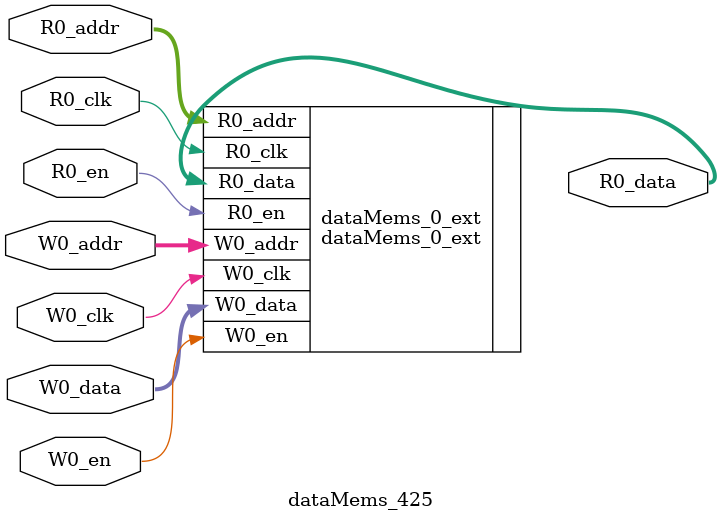
<source format=sv>
`ifndef RANDOMIZE
  `ifdef RANDOMIZE_REG_INIT
    `define RANDOMIZE
  `endif // RANDOMIZE_REG_INIT
`endif // not def RANDOMIZE
`ifndef RANDOMIZE
  `ifdef RANDOMIZE_MEM_INIT
    `define RANDOMIZE
  `endif // RANDOMIZE_MEM_INIT
`endif // not def RANDOMIZE

`ifndef RANDOM
  `define RANDOM $random
`endif // not def RANDOM

// Users can define 'PRINTF_COND' to add an extra gate to prints.
`ifndef PRINTF_COND_
  `ifdef PRINTF_COND
    `define PRINTF_COND_ (`PRINTF_COND)
  `else  // PRINTF_COND
    `define PRINTF_COND_ 1
  `endif // PRINTF_COND
`endif // not def PRINTF_COND_

// Users can define 'ASSERT_VERBOSE_COND' to add an extra gate to assert error printing.
`ifndef ASSERT_VERBOSE_COND_
  `ifdef ASSERT_VERBOSE_COND
    `define ASSERT_VERBOSE_COND_ (`ASSERT_VERBOSE_COND)
  `else  // ASSERT_VERBOSE_COND
    `define ASSERT_VERBOSE_COND_ 1
  `endif // ASSERT_VERBOSE_COND
`endif // not def ASSERT_VERBOSE_COND_

// Users can define 'STOP_COND' to add an extra gate to stop conditions.
`ifndef STOP_COND_
  `ifdef STOP_COND
    `define STOP_COND_ (`STOP_COND)
  `else  // STOP_COND
    `define STOP_COND_ 1
  `endif // STOP_COND
`endif // not def STOP_COND_

// Users can define INIT_RANDOM as general code that gets injected into the
// initializer block for modules with registers.
`ifndef INIT_RANDOM
  `define INIT_RANDOM
`endif // not def INIT_RANDOM

// If using random initialization, you can also define RANDOMIZE_DELAY to
// customize the delay used, otherwise 0.002 is used.
`ifndef RANDOMIZE_DELAY
  `define RANDOMIZE_DELAY 0.002
`endif // not def RANDOMIZE_DELAY

// Define INIT_RANDOM_PROLOG_ for use in our modules below.
`ifndef INIT_RANDOM_PROLOG_
  `ifdef RANDOMIZE
    `ifdef VERILATOR
      `define INIT_RANDOM_PROLOG_ `INIT_RANDOM
    `else  // VERILATOR
      `define INIT_RANDOM_PROLOG_ `INIT_RANDOM #`RANDOMIZE_DELAY begin end
    `endif // VERILATOR
  `else  // RANDOMIZE
    `define INIT_RANDOM_PROLOG_
  `endif // RANDOMIZE
`endif // not def INIT_RANDOM_PROLOG_

// Include register initializers in init blocks unless synthesis is set
`ifndef SYNTHESIS
  `ifndef ENABLE_INITIAL_REG_
    `define ENABLE_INITIAL_REG_
  `endif // not def ENABLE_INITIAL_REG_
`endif // not def SYNTHESIS

// Include rmemory initializers in init blocks unless synthesis is set
`ifndef SYNTHESIS
  `ifndef ENABLE_INITIAL_MEM_
    `define ENABLE_INITIAL_MEM_
  `endif // not def ENABLE_INITIAL_MEM_
`endif // not def SYNTHESIS

module dataMems_425(	// @[generators/ara/src/main/scala/UnsafeAXI4ToTL.scala:365:62]
  input  [4:0]  R0_addr,
  input         R0_en,
  input         R0_clk,
  output [66:0] R0_data,
  input  [4:0]  W0_addr,
  input         W0_en,
  input         W0_clk,
  input  [66:0] W0_data
);

  dataMems_0_ext dataMems_0_ext (	// @[generators/ara/src/main/scala/UnsafeAXI4ToTL.scala:365:62]
    .R0_addr (R0_addr),
    .R0_en   (R0_en),
    .R0_clk  (R0_clk),
    .R0_data (R0_data),
    .W0_addr (W0_addr),
    .W0_en   (W0_en),
    .W0_clk  (W0_clk),
    .W0_data (W0_data)
  );
endmodule


</source>
